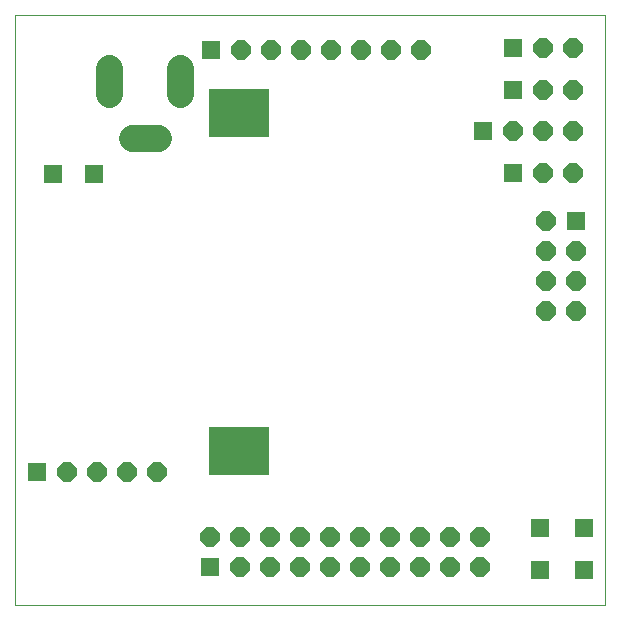
<source format=gbs>
G75*
%MOIN*%
%OFA0B0*%
%FSLAX24Y24*%
%IPPOS*%
%LPD*%
%AMOC8*
5,1,8,0,0,1.08239X$1,22.5*
%
%ADD10C,0.0000*%
%ADD11C,0.0900*%
%ADD12R,0.0640X0.0640*%
%ADD13OC8,0.0640*%
%ADD14R,0.2009X0.1615*%
%ADD15R,0.0631X0.0631*%
D10*
X000500Y000500D02*
X000500Y020185D01*
X020185Y020185D01*
X020185Y000500D01*
X000500Y000500D01*
X000500Y020185D01*
X020185Y020185D01*
X020185Y000500D01*
X000500Y000500D01*
D11*
X004401Y016071D02*
X005261Y016071D01*
X006012Y017531D02*
X006012Y018391D01*
X003650Y018391D02*
X003650Y017531D01*
D12*
X007039Y019004D03*
X016110Y016299D03*
X017106Y017677D03*
X017110Y019059D03*
X017106Y014913D03*
X019197Y013291D03*
X007024Y001772D03*
X001256Y004953D03*
D13*
X002256Y004953D03*
X003256Y004953D03*
X004256Y004953D03*
X005256Y004953D03*
X007024Y002772D03*
X008024Y002772D03*
X009024Y002772D03*
X010024Y002772D03*
X011024Y002772D03*
X012024Y002772D03*
X013024Y002772D03*
X014024Y002772D03*
X015024Y002772D03*
X016024Y002772D03*
X016024Y001772D03*
X015024Y001772D03*
X014024Y001772D03*
X013024Y001772D03*
X012024Y001772D03*
X011024Y001772D03*
X010024Y001772D03*
X009024Y001772D03*
X008024Y001772D03*
X018197Y010291D03*
X019197Y010291D03*
X019197Y011291D03*
X018197Y011291D03*
X018197Y012291D03*
X019197Y012291D03*
X018197Y013291D03*
X018106Y014913D03*
X019106Y014913D03*
X019110Y016299D03*
X018110Y016299D03*
X017110Y016299D03*
X018106Y017677D03*
X019106Y017677D03*
X019110Y019059D03*
X018110Y019059D03*
X014039Y019004D03*
X013039Y019004D03*
X012039Y019004D03*
X011039Y019004D03*
X010039Y019004D03*
X009039Y019004D03*
X008039Y019004D03*
D14*
X007980Y016899D03*
X007980Y005649D03*
D15*
X003157Y014870D03*
X001780Y014870D03*
X017996Y003063D03*
X017996Y001685D03*
X019480Y001685D03*
X019480Y003063D03*
M02*

</source>
